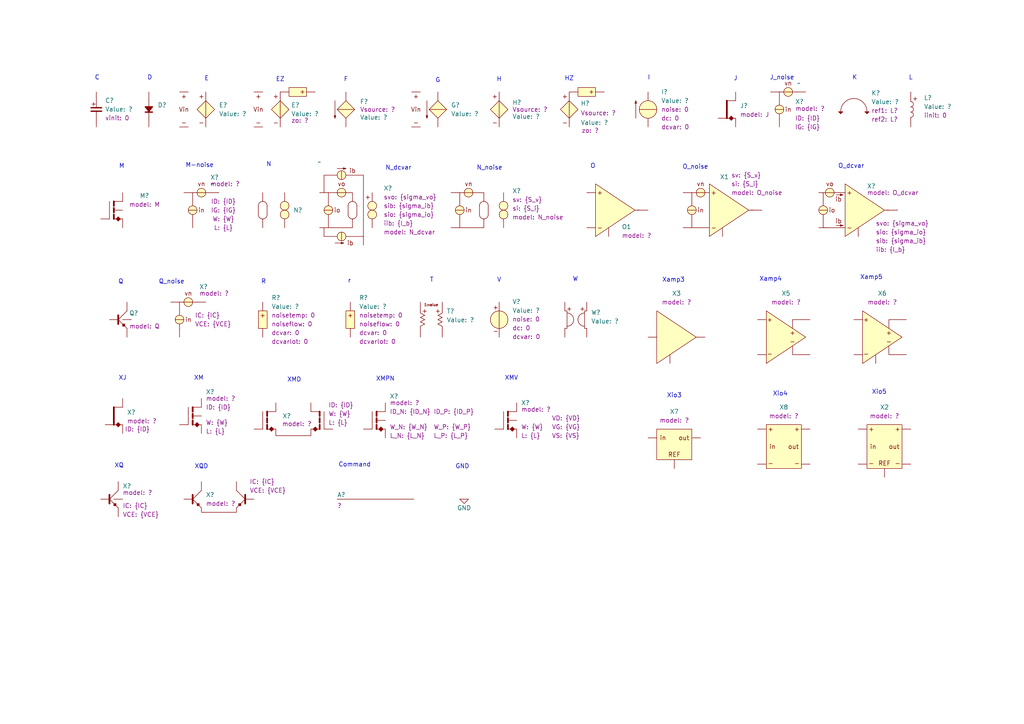
<source format=kicad_sch>
(kicad_sch (version 20250114) (generator "eeschema") (generator_version "9.0")
  (paper "A4")
  (title_block (title "SLiCAP symbols"))
  (lib_symbols
    (symbol "SLiCAP:C" (pin_numbers (hide yes)) (pin_names (offset 1.016) (hide yes))
      (property "Reference" "C?" (at 2.54 3.81 0))
      (property "Value" "?" (at 2.54 1.27 0) (show_name))
      (property "vinit" "0" (at 2.54 -1.27 0) (show_name))
      (symbol "C_0_0"
        (text "+" (at -0.762 1.651 0) (effects (font (size 1.27 1.27))))
      )
      (symbol "C_1_0"
        (pin passive line (at 0 5.08 270) (length 2.54) (name "1") (number "1"))
        (pin passive line (at 0 -5.08 90) (length 2.54) (name "2") (number "2"))
      )
    )
    (symbol "SLiCAP:Command" (pin_numbers (hide yes)) (pin_names (offset 0) (hide yes))
      (property "Reference" "A?" (at 0 1.27 0))
      (property "command" "?" (at 0 -1.905 0))
    )
    (symbol "SLiCAP:D" (pin_numbers (hide yes)) (pin_names (offset 1.016) (hide yes))
      (property "Reference" "D?" (at 1.905 1.27 0))
      (property "model" "D" (at 1.905 -1.27 0) (show_name))
      (symbol "D_1_0"
        (pin passive line (at 0 5.08 270) (length 2.54) (name "1") (number "1"))
        (pin passive line (at 0 -5.08 90) (length 2.54) (name "2") (number "2"))
      )
    )
    (symbol "SLiCAP:E" (pin_numbers (hide yes)) (pin_names (offset 0) (hide yes))
      (property "Reference" "E?" (at 3.175 1.27 0))
      (property "Value" "?" (at 3.175 -1.27 0) (show_name))
      (symbol "E_0_0"
        (text "+" (at -6.35 3.81 0) (effects (font (size 1.27 1.27))))
        (text "-" (at -6.35 -3.81 0) (effects (font (size 1.27 1.27))))
        (text "+" (at -1.27 3.81 0) (effects (font (size 1.27 1.27))))
        (text "-" (at -1.27 -3.81 0) (effects (font (size 1.27 1.27))))
      )
      (symbol "E_1_0"
        (pin power_out line (at 0 5.08 270) (length 2.54) (name "outP") (number "1"))
        (pin power_out line (at 0 -5.08 90) (length 2.54) (name "outN") (number "2"))
      )
      (symbol "E_1_1"
        (text "Vin" (at -6.35 0 0) (effects (font (size 1.27 1.27))))
        (pin input line (at -7.62 5.08 0) (length 2.54) (name "inp") (number "3"))
        (pin input line (at -7.62 -5.08 0) (length 2.54) (name "inN") (number "4"))
      )
    )
    (symbol "SLiCAP:EZ" (pin_numbers (hide yes)) (pin_names (offset 0) (hide yes))
      (property "Reference" "E?" (at 3.175 1.27 0))
      (property "Value" "?" (at 3.175 -1.27 0) (show_name))
      (property "zo" "?" (at 3.175 -3.175 0) (show_name))
      (symbol "EZ_0_0"
        (text "+" (at -6.35 3.81 0) (effects (font (size 1.27 1.27))))
        (text "-" (at -6.35 -3.81 0) (effects (font (size 1.27 1.27))))
        (text "+" (at -1.27 3.81 0) (effects (font (size 1.27 1.27))))
        (text "-" (at -1.27 -3.81 0) (effects (font (size 1.27 1.27))))
        (text "+" (at 6.35 5.08 900) (effects (font (size 1.27 1.27))))
      )
      (symbol "EZ_1_0"
        (pin power_out line (at 0 -5.08 90) (length 2.54) (name "outN") (number "2"))
        (pin power_out line (at 10.16 5.08 180) (length 2.54) (name "outP") (number "1"))
      )
      (symbol "EZ_1_1"
        (text "Vin" (at -6.35 0 0) (effects (font (size 1.27 1.27))))
        (pin input line (at -7.62 5.08 0) (length 2.54) (name "inp") (number "3"))
        (pin input line (at -7.62 -5.08 0) (length 2.54) (name "inN") (number "4"))
      )
    )
    (symbol "SLiCAP:F" (pin_numbers (hide yes)) (pin_names (offset 0) (hide yes))
      (property "Reference" "F?" (at 3.048 2.032 0))
      (property "Value" "?" (at 3.302 -2.032 0) (show_name))
      (property "Vsource" "?" (at 3.302 0 0) (show_name))
      (symbol "F_1_0"
        (pin power_out line (at 0 5.08 270) (length 2.54) (name "outP") (number "1"))
        (pin power_out line (at 0 -5.08 90) (length 2.54) (name "outN") (number "2"))
      )
    )
    (symbol "SLiCAP:G" (pin_numbers (hide yes)) (pin_names (offset 0) (hide yes))
      (property "Reference" "G?" (at 3.175 1.27 0))
      (property "Value" "?" (at 3.175 -1.27 0) (show_name))
      (symbol "G_0_0"
        (text "+" (at -6.35 3.81 0) (effects (font (size 1.27 1.27))))
        (text "-" (at -6.35 -3.81 0) (effects (font (size 1.27 1.27))))
        (pin power_out line (at 0 5.08 270) (length 2.54) (name "p") (number "1"))
      )
      (symbol "G_1_0"
        (pin power_out line (at 0 -5.08 90) (length 2.54) (name "outN") (number "2"))
      )
      (symbol "G_1_1"
        (text "Vin" (at -6.35 0 0) (effects (font (size 1.27 1.27))))
        (pin input line (at -7.62 5.08 0) (length 2.54) (name "inp") (number "3"))
        (pin input line (at -7.62 -5.08 0) (length 2.54) (name "inN") (number "4"))
      )
    )
    (symbol "SLiCAP:GND" (power) (pin_numbers (hide yes)) (pin_names (offset 0) (hide yes))
      (property "Value" "0" (at 0 -2.54 0))
      (symbol "GND_1_1"
        (pin power_in line (at 0 0 0) (length 0) (name "~") (number "1"))
      )
    )
    (symbol "SLiCAP:H" (pin_numbers (hide yes)) (pin_names (offset 0) (hide yes))
      (property "Reference" "H?" (at 3.556 2.286 0))
      (property "Value" "?" (at 3.81 -2.032 0) (show_name))
      (property "Vsource" "?" (at 3.81 0 0) (show_name))
      (symbol "H_0_0"
        (text "+" (at -1.27 3.81 0) (effects (font (size 1.27 1.27))))
        (text "-" (at -1.27 -3.81 0) (effects (font (size 1.27 1.27))))
      )
      (symbol "H_1_0"
        (pin power_out line (at 0 5.08 270) (length 2.54) (name "outP") (number "1"))
        (pin power_out line (at 0 -5.08 90) (length 2.54) (name "outN") (number "2"))
      )
    )
    (symbol "SLiCAP:HZ" (pin_numbers (hide yes)) (pin_names (offset 0) (hide yes))
      (property "Reference" "H?" (at 3.175 1.27 0))
      (property "Value" "?" (at 3.302 -2.794 0) (show_name))
      (property "zo" "?" (at 3.556 -4.826 0) (show_name))
      (property "Vsource" "?" (at 3.302 -0.762 0) (show_name))
      (symbol "HZ_0_0"
        (text "+" (at -1.27 3.81 0) (effects (font (size 1.27 1.27))))
        (text "-" (at -1.27 -3.81 0) (effects (font (size 1.27 1.27))))
        (text "+" (at 6.35 5.08 900) (effects (font (size 1.27 1.27))))
      )
      (symbol "HZ_1_0"
        (pin power_out line (at 0 -5.08 90) (length 2.54) (name "outN") (number "2"))
        (pin power_out line (at 10.16 5.08 180) (length 2.54) (name "outP") (number "1"))
      )
    )
    (symbol "SLiCAP:I" (pin_numbers (hide yes)) (pin_names (offset 0) (hide yes))
      (property "Reference" "I?" (at 3.81 4.445 0))
      (property "Value" "?" (at 3.81 2.54 0) (show_name))
      (property "noise" "0" (at 3.81 -3.175 0) (show_name))
      (property "dc" "0" (at 3.81 0.635 0) (show_name))
      (property "dcvar" "0" (at 3.81 -1.27 0) (show_name))
      (symbol "I_1_0"
        (pin power_out line (at 0 5.08 270) (length 2.54) (name "p") (number "2"))
        (pin power_out line (at 0 -5.08 90) (length 2.54) (name "n") (number "1"))
      )
    )
    (symbol "SLiCAP:J" (pin_numbers (hide yes)) (pin_names (offset 0) (hide yes))
      (property "Reference" "J1" (at 1.27 1.0775 0))
      (property "model" "J" (at 1.27 -1.4625 0) (show_name))
      (symbol "J_1_0"
        (pin unspecified line (at -5.08 -2.54 0) (length 2.54) (name "G") (number "2"))
        (pin unspecified line (at 0 5.08 270) (length 2.54) (name "D") (number "1"))
        (pin unspecified line (at 0 -5.08 90) (length 2.54) (name "S") (number "3"))
      )
    )
    (symbol "SLiCAP:J_noise" (pin_numbers (hide yes)) (pin_names (offset 0) (hide yes))
      (property "Reference" "X?" (at 5.08 9.525 0))
      (property "ID" "{ID}" (at 8.255 1.27 0) (show_name))
      (property "IG" "{IG}" (at 8.255 -1.27 0) (show_name))
      (property "model" "?" (at 5.08 7.62 0) (show_name))
      (symbol "J_noise_1_0"
        (pin bidirectional line (at 7.62 5.08 180) (length 2.54) (name "int") (number "3"))
      )
      (symbol "J_noise_1_1"
        (text "vn" (at 2.54 7.62 0) (effects (font (size 1.27 1.27))))
        (text "in" (at 2.54 0 0) (effects (font (size 1.27 1.27))))
        (pin bidirectional line (at -2.54 5.08 0) (length 2.54) (name "ext") (number "1"))
        (pin bidirectional line (at 0 -5.08 90) (length 2.54) (name "comm") (number "2"))
      )
    )
    (symbol "SLiCAP:K" (pin_numbers (hide yes)) (pin_names (offset 0) (hide yes))
      (property "Reference" "K?" (at -4.445 7.62 0))
      (property "Value" "?" (at -4.445 5.715 0) (show_name))
      (property "ref1" "L?" (at -9.525 -3.175 0) (show_name))
      (property "ref2" "L?" (at 1.905 -3.175 0) (show_name))
    )
    (symbol "SLiCAP:L" (pin_numbers (hide yes)) (pin_names (offset 1.016) (hide yes))
      (property "Reference" "L?" (at 2.54 3.81 0))
      (property "Value" "?" (at 2.54 1.27 0) (show_name))
      (property "iinit" "0" (at 5.715 -1.27 0) (show_name))
      (symbol "L_0_0"
        (text "+" (at 1.27 3.175 0) (effects (font (size 1.27 1.27))))
      )
      (symbol "L_1_0"
        (pin passive line (at 0 5.08 270) (length 2.54) (name "1") (number "1"))
        (pin passive line (at 0 -5.08 90) (length 2.54) (name "2") (number "2"))
      )
    )
    (symbol "SLiCAP:M" (pin_numbers (hide yes)) (pin_names (offset 0) (hide yes))
      (property "Reference" "M?" (at 0.635 1.905 0))
      (property "model" "M" (at 0.635 -1.905 0) (show_name))
      (symbol "M_1_0"
        (pin unspecified line (at -6.35 -2.54 0) (length 2.54) (name "G") (number "2"))
        (pin unspecified line (at 0 5.08 270) (length 2.54) (name "D") (number "1"))
        (pin unspecified line (at 0 0 180) (length 2.54) (name "B") (number "4"))
        (pin unspecified line (at 0 -5.08 90) (length 2.54) (name "S") (number "3"))
      )
    )
    (symbol "SLiCAP:M_noise" (pin_numbers (hide yes)) (pin_names (offset 0) (hide yes))
      (property "Reference" "X?" (at 2.54 9.525 0))
      (property "ID" "{ID}" (at 6.35 2.54 0) (show_name))
      (property "IG" "{IG}" (at 6.35 0 0) (show_name))
      (property "W" "{W}" (at 6.35 -2.54 0) (show_name))
      (property "L" "{L}" (at 6.35 -5.08 0) (show_name))
      (property "model" "?" (at 2.54 7.62 0) (show_name))
      (symbol "M_noise_1_0"
        (pin bidirectional line (at 5.08 5.08 180) (length 2.54) (name "int") (number "3"))
      )
      (symbol "M_noise_1_1"
        (text "vn" (at 0 7.62 0) (effects (font (size 1.27 1.27))))
        (text "in" (at 0 0 0) (effects (font (size 1.27 1.27))))
        (pin bidirectional line (at -5.08 5.08 0) (length 2.54) (name "ext") (number "1"))
        (pin bidirectional line (at -2.54 -5.08 90) (length 2.54) (name "comm") (number "2"))
      )
    )
    (symbol "SLiCAP:N" (pin_numbers (hide yes)) (pin_names (offset 0) (hide yes))
      (property "Reference" "N?" (at 1.905 0 0))
      (symbol "N_1_0"
        (pin power_out line (at 0 5.08 270) (length 2.54) (name "outP") (number "1"))
        (pin power_out line (at 0 -5.08 90) (length 2.54) (name "outN") (number "2"))
      )
      (symbol "N_1_1"
        (pin input line (at -6.35 5.08 270) (length 2.54) (name "inp") (number "3"))
        (pin input line (at -6.35 -5.08 90) (length 2.54) (name "inN") (number "4"))
      )
    )
    (symbol "SLiCAP:N_dcvar" (pin_numbers (hide yes)) (pin_names (offset 0) (hide yes))
      (property "Reference" "X?" (at -15.875 15.875 0))
      (property "svo" "{sigma_vo}" (at 10.16 3.81 0) (show_name))
      (property "sib" "{sigma_ib}" (at 10.16 1.27 0) (show_name))
      (property "sio" "{sigma_io}" (at 10.16 -1.27 0) (show_name))
      (property "iib" "{I_b}" (at 7.62 -3.81 0) (show_name))
      (property "model" "N_dcvar" (at -15.875 13.97 0) (show_name))
      (symbol "N_dcvar_1_0"
        (pin power_out line (at -2.54 -10.16 90) (length 2.54) (name "bias") (number "5"))
        (pin power_out line (at 0 5.08 270) (length 2.54) (name "outP") (number "3"))
        (pin power_out line (at 0 -5.08 90) (length 2.54) (name "outN") (number "4"))
      )
      (symbol "N_dcvar_1_1"
        (text "io" (at -10.16 0 0) (effects (font (size 1.27 1.27))))
        (text "vo" (at -8.89 7.62 0) (effects (font (size 1.27 1.27))))
        (text "ib" (at -6.35 -9.525 0) (effects (font (size 1.27 1.27))))
        (text "ib" (at -5.715 11.43 0) (effects (font (size 1.27 1.27))))
        (text "+" (at -1.27 3.81 0) (effects (font (size 1.27 1.27))))
        (pin input line (at -15.24 5.08 0) (length 2.54) (name "inp") (number "1"))
        (pin input line (at -15.24 -5.08 0) (length 2.54) (name "inN") (number "2"))
      )
    )
    (symbol "SLiCAP:N_noise" (pin_numbers (hide yes)) (pin_names (offset 0) (hide yes))
      (property "Reference" "X?" (at 1.905 1.27 0))
      (property "sv" "{S_v}" (at -11.43 12.065 0) (show_name))
      (property "si" "{S_i}" (at -11.43 9.525 0) (show_name))
      (property "model" "N_noise" (at 1.905 -1.27 0) (show_name))
      (symbol "N_noise_1_0"
        (pin power_out line (at 0 5.08 270) (length 2.54) (name "outP") (number "3"))
        (pin power_out line (at 0 -5.08 90) (length 2.54) (name "outN") (number "4"))
      )
      (symbol "N_noise_1_1"
        (text "vn" (at -10.16 7.62 0) (effects (font (size 1.27 1.27))))
        (text "in" (at -10.16 0 0) (effects (font (size 1.27 1.27))))
        (pin input line (at -15.24 5.08 0) (length 2.54) (name "inp") (number "1"))
        (pin input line (at -15.24 -5.08 0) (length 2.54) (name "inN") (number "2"))
      )
    )
    (symbol "SLiCAP:O" (pin_numbers (hide yes)) (pin_names (offset 0) (hide yes))
      (property "Reference" "O?" (at 0.635 6.985 0))
      (property "model" "?" (at 0.635 5.08 0) (show_name))
      (symbol "O_1_0"
        (pin power_out line (at -1.27 -7.62 90) (length 2.54) (name "outN") (number "4"))
        (pin power_out line (at 10.16 0 180) (length 2.54) (name "outP") (number "3"))
      )
      (symbol "O_1_1"
        (text "+" (at -3.81 5.08 0) (effects (font (size 1.27 1.27))))
        (text "-" (at -3.81 -5.08 0) (effects (font (size 1.27 1.27))))
        (pin input line (at -7.62 5.08 0) (length 2.54) (name "inp") (number "1"))
        (pin input line (at -7.62 -5.08 0) (length 2.54) (name "inN") (number "2"))
      )
    )
    (symbol "SLiCAP:O_dcvar" (pin_numbers (hide yes)) (pin_names (offset 0) (hide yes))
      (property "Reference" "X?" (at 1.27 6.985 0))
      (property "svo" "{sigma_vo}" (at 3.81 -3.81 0) (show_name))
      (property "sio" "{sigma_io}" (at 3.81 -6.35 0) (show_name))
      (property "model" "O_dcvar" (at 1.27 5.08 0) (show_name))
      (property "sib" "{sigma_ib}" (at 3.81 -8.89 0) (show_name))
      (property "iib" "{I_b}" (at 3.81 -11.43 0) (show_name))
      (symbol "O_dcvar_1_0"
        (pin power_out line (at -1.27 -7.62 90) (length 2.54) (name "outN") (number "4"))
        (pin power_out line (at 10.16 0 180) (length 2.54) (name "outP") (number "3"))
      )
      (symbol "O_dcvar_1_1"
        (text "vo" (at -9.525 7.62 0) (effects (font (size 1.27 1.27))))
        (text "io" (at -8.89 0 0) (effects (font (size 1.27 1.27))))
        (text "ib" (at -6.985 3.175 0) (effects (font (size 1.27 1.27))))
        (text "ib" (at -6.985 -3.175 0) (effects (font (size 1.27 1.27))))
        (text "+" (at -3.81 5.08 0) (effects (font (size 1.27 1.27))))
        (text "-" (at -3.81 -5.08 0) (effects (font (size 1.27 1.27))))
        (pin input line (at -12.7 5.08 0) (length 2.54) (name "inp") (number "1"))
        (pin input line (at -12.7 -5.08 0) (length 2.54) (name "inN") (number "2"))
      )
    )
    (symbol "SLiCAP:O_noise" (pin_numbers (hide yes)) (pin_names (offset 0) (hide yes))
      (property "Reference" "X?" (at 0.635 6.985 0))
      (property "sv" "{S_v}" (at 6.985 -3.81 0) (show_name))
      (property "si" "{S_i}" (at 6.985 -6.35 0) (show_name))
      (property "model" "O_noise" (at 0.635 5.08 0) (show_name))
      (symbol "O_noise_1_0"
        (pin power_out line (at -1.27 -7.62 90) (length 2.54) (name "outN") (number "4"))
        (pin power_out line (at 10.16 0 180) (length 2.54) (name "outP") (number "3"))
      )
      (symbol "O_noise_1_1"
        (text "vn" (at -7.62 7.62 0) (effects (font (size 1.27 1.27))))
        (text "in" (at -7.62 0 0) (effects (font (size 1.27 1.27))))
        (text "+" (at -3.81 5.08 0) (effects (font (size 1.27 1.27))))
        (text "-" (at -3.81 -5.08 0) (effects (font (size 1.27 1.27))))
        (pin input line (at -12.7 5.08 0) (length 2.54) (name "inp") (number "1"))
        (pin input line (at -12.7 -5.08 0) (length 2.54) (name "inN") (number "2"))
      )
    )
    (symbol "SLiCAP:Q" (pin_numbers (hide yes)) (pin_names (offset 0) (hide yes))
      (property "Reference" "Q?" (at 0.635 1.905 0))
      (property "model" "Q" (at 0.635 -1.905 0) (show_name))
      (symbol "Q_1_0"
        (pin unspecified line (at -5.08 0 0) (length 2.54) (name "B") (number "2"))
        (pin unspecified line (at 0 5.08 270) (length 2.54) (name "C") (number "1"))
        (pin unspecified line (at 0 -5.08 90) (length 2.54) (name "E") (number "3"))
        (pin unspecified line (at 1.27 0 180) (length 2.54) (name "S") (number "4"))
      )
    )
    (symbol "SLiCAP:Q_noise" (pin_numbers (hide yes)) (pin_names (offset 0) (hide yes))
      (property "Reference" "X?" (at 5.715 9.525 0))
      (property "IC" "{IC}" (at 4.445 1.27 0) (show_name))
      (property "VCE" "{VCE}" (at 4.445 -1.27 0) (show_name))
      (property "model" "?" (at 5.715 7.62 0) (show_name))
      (symbol "Q_noise_1_0"
        (pin bidirectional line (at 7.62 5.08 180) (length 2.54) (name "int") (number "3"))
      )
      (symbol "Q_noise_1_1"
        (text "vn" (at 2.54 7.62 0) (effects (font (size 1.27 1.27))))
        (text "in" (at 2.54 0 0) (effects (font (size 1.27 1.27))))
        (pin bidirectional line (at -2.54 5.08 0) (length 2.54) (name "ext") (number "1"))
        (pin bidirectional line (at 0 -5.08 90) (length 2.54) (name "comm") (number "2"))
      )
    )
    (symbol "SLiCAP:R" (pin_numbers (hide yes)) (pin_names (offset 1.016) (hide yes))
      (property "Reference" "R?" (at 1.905 3.81 0))
      (property "Value" "?" (at 1.905 1.905 0) (show_name))
      (property "noisetemp" "0" (at 1.905 0 0) (show_name))
      (property "noiseflow" "0" (at 15.24 0 0) (show_name))
      (property "dcvar" "0" (at 1.905 -1.905 0) (show_name))
      (property "dcvarlot" "0" (at 15.24 -1.905 0) (show_name))
      (symbol "R_0_0"
        (text "+" (at 0 1.27 0) (effects (font (size 1.27 1.27))))
      )
      (symbol "R_1_0"
        (pin passive line (at 0 5.08 270) (length 2.54) (name "1") (number "1"))
        (pin passive line (at 0 -5.08 90) (length 2.54) (name "2") (number "2"))
      )
    )
    (symbol "SLiCAP:T" (pin_numbers (hide yes)) (pin_names (offset 0) (hide yes))
      (property "Reference" "T?" (at 1.27 0.635 0))
      (property "Value" "?" (at 1.27 -1.27 0) (show_name))
      (symbol "T_1_0"
        (text "1:value" (at -5.334 4.318 0) (effects (font (size 0.75 0.75)) (justify left)))
        (text "+" (at -5.08 2.54 0) (effects (font (size 1.27 1.27))))
        (text "+" (at -1.27 2.54 0) (effects (font (size 1.27 1.27))))
        (pin bidirectional line (at 0 5.08 270) (length 2.54) (name "outP") (number "1"))
        (pin bidirectional line (at 0 -5.08 90) (length 2.54) (name "outN") (number "2"))
      )
      (symbol "T_1_1"
        (pin bidirectional line (at -6.35 5.08 270) (length 2.54) (name "inp") (number "3"))
        (pin bidirectional line (at -6.35 -5.08 90) (length 2.54) (name "inN") (number "4"))
      )
    )
    (symbol "SLiCAP:V" (pin_numbers (hide yes)) (pin_names (offset 0) (hide yes))
      (property "Reference" "V?" (at 3.175 4.445 0))
      (property "Value" "?" (at 3.175 2.54 0) (show_name))
      (property "noise" "0" (at 3.175 -3.175 0) (show_name))
      (property "dc" "0" (at 3.175 0.635 0) (show_name))
      (property "dcvar" "0" (at 3.175 -1.27 0) (show_name))
      (symbol "V_0_0"
        (text "+" (at -1.016 3.556 0) (effects (font (size 1.27 1.27))))
        (text "-" (at -1.016 -3.302 0) (effects (font (size 1.27 1.27))))
        (pin power_out line (at 0 5.08 270) (length 2.54) (name "p") (number "1"))
        (pin power_out line (at 0 -5.08 90) (length 2.54) (name "n") (number "2"))
      )
    )
    (symbol "SLiCAP:W" (pin_numbers (hide yes)) (pin_names (offset 0) (hide yes))
      (property "Reference" "W?" (at 0.635 1.27 0))
      (property "Value" "?" (at 0.635 -1.27 0) (show_name))
      (symbol "W_1_0"
        (text "+" (at -5.08 3.175 0) (effects (font (size 1.27 1.27))))
        (text "+" (at -1.27 3.175 0) (effects (font (size 1.27 1.27))))
        (pin bidirectional line (at 0 5.08 270) (length 2.54) (name "outP") (number "1"))
        (pin bidirectional line (at 0 -5.08 90) (length 2.54) (name "outN") (number "2"))
      )
      (symbol "W_1_1"
        (pin bidirectional line (at -6.35 5.08 270) (length 2.54) (name "inp") (number "3"))
        (pin bidirectional line (at -6.35 -5.08 90) (length 2.54) (name "inN") (number "4"))
      )
    )
    (symbol "SLiCAP:XJ" (pin_numbers (hide yes)) (pin_names (offset 0) (hide yes))
      (property "Reference" "X?" (at 0.635 1.27 0))
      (property "model" "?" (at 0.635 -1.27 0) (show_name))
      (property "ID" "{ID}" (at 0.635 -3.81 0) (show_name))
      (symbol "XJ_1_0"
        (pin unspecified line (at -5.08 -2.54 0) (length 2.54) (name "G") (number "2"))
        (pin unspecified line (at 0 5.08 270) (length 2.54) (name "D") (number "1"))
        (pin unspecified line (at 0 -5.08 90) (length 2.54) (name "S") (number "3"))
      )
    )
    (symbol "SLiCAP:XM" (pin_numbers (hide yes)) (pin_names (offset 0) (hide yes))
      (property "Reference" "X?" (at 1.27 6.985 0))
      (property "model" "?" (at 1.27 5.08 0) (show_name))
      (property "W" "{W}" (at 1.27 -1.905 0) (show_name))
      (property "L" "{L}" (at 1.27 -4.445 0) (show_name))
      (property "ID" "{ID}" (at 1.27 2.54 0) (show_name))
      (symbol "XM_1_0"
        (pin unspecified line (at -6.35 -2.54 0) (length 2.54) (name "G") (number "2"))
        (pin unspecified line (at 0 5.08 270) (length 2.54) (name "D") (number "1"))
        (pin unspecified line (at 0 0 180) (length 2.54) (name "B") (number "4"))
        (pin unspecified line (at 0 -5.08 90) (length 2.54) (name "S") (number "3"))
      )
    )
    (symbol "SLiCAP:XMD" (pin_numbers (hide yes)) (pin_names (offset 0) (hide yes))
      (property "Reference" "X?" (at 1.905 1.27 0))
      (property "model" "?" (at 1.778 -1.016 0) (show_name))
      (property "W" "{W}" (at 15.24 1.905 0) (show_name))
      (property "L" "{L}" (at 15.24 -0.635 0) (show_name))
      (property "ID" "{ID}" (at 15.24 4.445 0) (show_name))
      (symbol "XMD_1_0"
        (pin unspecified line (at -6.35 -2.54 0) (length 2.54) (name "G1") (number "3"))
        (pin unspecified line (at 0 5.08 270) (length 2.54) (name "D1") (number "1"))
        (pin unspecified line (at 10.16 5.08 270) (length 2.54) (name "D2") (number "2"))
        (pin unspecified line (at 16.51 -2.54 180) (length 2.54) (name "G2") (number "4"))
      )
    )
    (symbol "SLiCAP:XMPN" (pin_numbers (hide yes)) (pin_names (offset 0) (hide yes))
      (property "Reference" "X?" (at 1.27 6.985 0))
      (property "model" "?" (at 1.27 5.08 0) (show_name))
      (property "W_N" "{W_N}" (at 1.27 -1.905 0) (show_name))
      (property "L_N" "{L_N}" (at 1.27 -4.445 0) (show_name))
      (property "ID_N" "{ID_N}" (at 1.27 2.54 0) (show_name))
      (property "W_P" "{W_P}" (at 13.97 -1.905 0) (show_name))
      (property "L_P" "{L_P}" (at 13.97 -4.445 0) (show_name))
      (property "ID_P" "{ID_P}" (at 13.97 2.54 0) (show_name))
      (symbol "XMPN_1_0"
        (pin unspecified line (at -6.35 -2.54 0) (length 2.54) (name "G") (number "2"))
        (pin unspecified line (at 0 5.08 270) (length 2.54) (name "D") (number "1"))
        (pin unspecified line (at 0 0 180) (length 2.54) (name "B") (number "4"))
        (pin unspecified line (at 0 -5.08 90) (length 2.54) (name "S") (number "3"))
      )
    )
    (symbol "SLiCAP:XMV" (pin_numbers (hide yes)) (pin_names (offset 0) (hide yes))
      (property "Reference" "X?" (at 1.27 5.08 0))
      (property "model" "?" (at 1.27 3.175 0) (show_name))
      (property "W" "{W}" (at 1.27 -1.905 0) (show_name))
      (property "L" "{L}" (at 1.27 -4.445 0) (show_name))
      (property "VG" "{VG}" (at 10.16 -1.905 0) (show_name))
      (property "VD" "{VD}" (at 10.16 0.635 0) (show_name))
      (property "VS" "{VS}" (at 10.16 -4.445 0) (show_name))
      (symbol "XMV_1_0"
        (pin unspecified line (at -6.35 -2.54 0) (length 2.54) (name "G") (number "2"))
        (pin unspecified line (at 0 5.08 270) (length 2.54) (name "D") (number "1"))
        (pin unspecified line (at 0 0 180) (length 2.54) (name "4") (number "B"))
        (pin unspecified line (at 0 -5.08 90) (length 2.54) (name "S") (number "3"))
      )
    )
    (symbol "SLiCAP:XQ" (pin_numbers (hide yes)) (pin_names (offset 0) (hide yes))
      (property "Reference" "X?" (at 1.27 3.81 0))
      (property "model" "?" (at 1.27 1.905 0) (show_name))
      (property "IC" "{IC}" (at 1.27 -1.905 0) (show_name))
      (property "VCE" "{VCE}" (at 1.27 -4.445 0) (show_name))
      (symbol "XQ_1_0"
        (pin unspecified line (at -5.08 0 0) (length 2.54) (name "B") (number "3"))
        (pin unspecified line (at 0 5.08 270) (length 2.54) (name "C") (number "1"))
        (pin unspecified line (at 0 -5.08 90) (length 2.54) (name "E") (number "3"))
        (pin unspecified line (at 1.27 0 180) (length 2.54) (name "S") (number "4"))
      )
    )
    (symbol "SLiCAP:XQD" (pin_numbers (hide yes)) (pin_names (offset 0) (hide yes))
      (property "Reference" "X?" (at 1.27 1.27 0))
      (property "model" "?" (at 1.27 -1.27 0) (show_name))
      (property "IC" "{IC}" (at 13.97 5.08 0) (show_name))
      (property "VCE" "{VCE}" (at 13.97 2.54 0) (show_name))
      (symbol "XQD_1_0"
        (pin unspecified line (at -5.08 0 0) (length 2.54) (name "B1") (number "3"))
        (pin unspecified line (at 0 5.08 270) (length 2.54) (name "C1") (number "1"))
        (pin unspecified line (at 10.16 5.08 270) (length 2.54) (name "C2") (number "2"))
        (pin unspecified line (at 15.24 0 180) (length 2.54) (name "B2") (number "4"))
      )
    )
    (symbol "SLiCAP:Xamp3" (pin_numbers (hide yes)) (pin_names (offset 0) (hide yes))
      (property "Reference" "X?" (at -4.826 12.319 0))
      (property "model" "?" (at -4.826 10.414 0) (show_name))
      (symbol "Xamp3_1_0"
        (pin power_out line (at -1.27 -7.62 90) (length 2.54) (name "REF") (number "3"))
        (pin power_out line (at 8.89 0 180) (length 2.54) (name "out") (number "2"))
      )
      (symbol "Xamp3_1_1"
        (pin input line (at -7.62 0 0) (length 2.54) (name "in") (number "1"))
      )
    )
    (symbol "SLiCAP:Xamp4" (pin_numbers (hide yes)) (pin_names (offset 0) (hide yes))
      (property "Reference" "X?" (at -4.826 12.319 0))
      (property "model" "?" (at -4.826 10.414 0) (show_name))
      (symbol "Xamp4_1_0"
        (pin power_out line (at 7.62 5.08 180) (length 2.54) (name "outP") (number "3"))
        (pin power_out line (at 7.62 -5.08 180) (length 2.54) (name "outN") (number "4"))
      )
      (symbol "Xamp4_1_1"
        (text "+" (at -4.064 5.08 0) (effects (font (size 1.27 1.27))))
        (text "-" (at -4.064 -4.826 0) (effects (font (size 1.27 1.27))))
        (text "+" (at 2.54 1.27 0) (effects (font (size 1.27 1.27))))
        (text "-" (at 2.54 -1.27 0) (effects (font (size 1.27 1.27))))
        (pin input line (at -7.62 5.08 0) (length 2.54) (name "inP") (number "1"))
        (pin input line (at -7.62 -5.08 0) (length 2.54) (name "inN") (number "2"))
      )
    )
    (symbol "SLiCAP:Xamp5" (pin_numbers (hide yes)) (pin_names (offset 0) (hide yes))
      (property "Reference" "X?" (at -4.826 12.319 0))
      (property "model" "?" (at -4.826 10.414 0) (show_name))
      (symbol "Xamp5_1_0"
        (pin power_out line (at -1.27 -7.62 90) (length 2.54) (name "REF") (number "5"))
        (pin power_out line (at 7.62 5.08 180) (length 2.54) (name "outP") (number "3"))
        (pin power_out line (at 7.62 -5.08 180) (length 2.54) (name "outN") (number "4"))
      )
      (symbol "Xamp5_1_1"
        (text "+" (at -4.064 5.08 0) (effects (font (size 1.27 1.27))))
        (text "-" (at -4.064 -4.826 0) (effects (font (size 1.27 1.27))))
        (text "+" (at 2.54 1.27 0) (effects (font (size 1.27 1.27))))
        (text "-" (at 2.54 -1.27 0) (effects (font (size 1.27 1.27))))
        (pin input line (at -7.62 5.08 0) (length 2.54) (name "inP") (number "1"))
        (pin input line (at -7.62 -5.08 0) (length 2.54) (name "inN") (number "2"))
      )
    )
    (symbol "SLiCAP:Xio3" (pin_numbers (hide yes)) (pin_names (offset 0) (hide yes))
      (property "Reference" "X?" (at -5.08 6.477 0))
      (property "model" "?" (at -5.08 4.572 0) (show_name))
      (symbol "Xio3_1_0"
        (pin power_out line (at 0 -8.89 90) (length 2.54) (name "REF") (number "3"))
        (pin power_out line (at 7.62 0 180) (length 2.54) (name "out") (number "2"))
      )
      (symbol "Xio3_1_1"
        (text "in" (at -3.302 0 0) (effects (font (size 1.27 1.27))))
        (text "REF" (at 0 -4.826 0) (effects (font (size 1.27 1.27))))
        (text "out" (at 2.794 0 0) (effects (font (size 1.27 1.27))))
        (pin input line (at -7.62 0 0) (length 2.54) (name "in") (number "1"))
      )
    )
    (symbol "SLiCAP:Xio4" (pin_numbers (hide yes)) (pin_names (offset 0) (hide yes))
      (property "Reference" "X?" (at -4.826 9.779 0))
      (property "model" "?" (at -4.826 7.874 0) (show_name))
      (symbol "Xio4_1_0"
        (pin power_out line (at 7.62 5.08 180) (length 2.54) (name "outP") (number "3"))
        (pin power_out line (at 7.62 -5.08 180) (length 2.54) (name "outN") (number "4"))
      )
      (symbol "Xio4_1_1"
        (text "+" (at -3.81 5.08 0) (effects (font (size 1.27 1.27))))
        (text "-" (at -3.81 -4.826 0) (effects (font (size 1.27 1.27))))
        (text "in" (at -3.302 0 0) (effects (font (size 1.27 1.27))))
        (text "out" (at 2.794 0 0) (effects (font (size 1.27 1.27))))
        (text "+" (at 3.81 5.08 0) (effects (font (size 1.27 1.27))))
        (text "-" (at 3.81 -4.826 0) (effects (font (size 1.27 1.27))))
        (pin input line (at -7.62 5.08 0) (length 2.54) (name "inP") (number "1"))
        (pin input line (at -7.62 -5.08 0) (length 2.54) (name "inN") (number "2"))
      )
    )
    (symbol "SLiCAP:Xio5" (pin_numbers (hide yes)) (pin_names (offset 0) (hide yes))
      (property "Reference" "X?" (at -4.826 10.033 0))
      (property "model" "?" (at -4.826 8.128 0) (show_name))
      (symbol "Xio5_1_0"
        (pin power_out line (at 0 -8.89 90) (length 2.54) (name "REF") (number "5"))
        (pin power_out line (at 7.62 5.08 180) (length 2.54) (name "outP") (number "3"))
        (pin power_out line (at 7.62 -5.08 180) (length 2.54) (name "outN") (number "4"))
      )
      (symbol "Xio5_1_1"
        (text "+" (at -3.81 5.08 0) (effects (font (size 1.27 1.27))))
        (text "-" (at -3.81 -4.826 0) (effects (font (size 1.27 1.27))))
        (text "in" (at -3.302 0 0) (effects (font (size 1.27 1.27))))
        (text "REF" (at 0 -4.826 0) (effects (font (size 1.27 1.27))))
        (text "out" (at 2.794 0 0) (effects (font (size 1.27 1.27))))
        (text "+" (at 3.81 5.08 0) (effects (font (size 1.27 1.27))))
        (text "-" (at 3.81 -4.826 0) (effects (font (size 1.27 1.27))))
        (pin input line (at -7.62 5.08 0) (length 2.54) (name "inP") (number "1"))
        (pin input line (at -7.62 -5.08 0) (length 2.54) (name "inN") (number "2"))
      )
    )
    (symbol "SLiCAP:r" (pin_numbers (hide yes)) (pin_names (offset 1.016) (hide yes))
      (property "Reference" "R?" (at 3.81 3.81 0))
      (property "Value" "?" (at 2.54 1.905 0) (show_name))
      (property "noisetemp" "0" (at 2.54 0 0) (show_name))
      (property "noiseflow" "0" (at 15.875 -0.635 0) (show_name))
      (property "dcvar" "0" (at 2.54 -1.905 0) (show_name))
      (property "dcvarlot" "0" (at 15.875 -2.54 0) (show_name))
      (symbol "r_0_0"
        (text "+" (at 0 1.27 0) (effects (font (size 1.27 1.27))))
      )
      (symbol "r_1_0"
        (pin passive line (at 0 5.08 270) (length 2.54) (name "1") (number "1"))
        (pin passive line (at 0 -5.08 90) (length 2.54) (name "2") (number "2"))
      )
    )
  )
  (text "O_dcvar" (at 246.888 48.26 0) (effects (font (size 1.27 1.27))))
  (text "XMD" (at 85.344 110.236 0) (effects (font (size 1.27 1.27))))
  (text "GND" (at 134.112 135.382 0) (effects (font (size 1.27 1.27))))
  (text "Q_noise" (at 49.784 81.788 0) (effects (font (size 1.27 1.27))))
  (text "Command" (at 102.87 134.874 0) (effects (font (size 1.27 1.27))))
  (text "Xamp5" (at 252.73 80.518 0) (effects (font (size 1.27 1.27))))
  (text "V" (at 144.78 81.28 0) (effects (font (size 1.27 1.27))))
  (text "C" (at 28.194 22.606 0) (effects (font (size 1.27 1.27))))
  (text "XQD" (at 58.42 135.382 0) (effects (font (size 1.27 1.27))))
  (text "W" (at 166.878 81.026 0) (effects (font (size 1.27 1.27))))
  (text "Xamp3" (at 195.326 81.28 0) (effects (font (size 1.27 1.27))))
  (text "D" (at 43.434 22.606 0) (effects (font (size 1.27 1.27))))
  (text "E" (at 59.944 22.86 0) (effects (font (size 1.27 1.27))))
  (text "XJ" (at 35.56 109.728 0) (effects (font (size 1.27 1.27))))
  (text "N_dcvar" (at 115.57 48.768 0) (effects (font (size 1.27 1.27))))
  (text "G" (at 127 23.368 0) (effects (font (size 1.27 1.27))))
  (text "O_noise" (at 201.676 48.514 0) (effects (font (size 1.27 1.27))))
  (text "XM" (at 57.658 109.728 0) (effects (font (size 1.27 1.27))))
  (text "F" (at 100.33 23.114 0) (effects (font (size 1.27 1.27))))
  (text "HZ" (at 165.1 22.86 0) (effects (font (size 1.27 1.27))))
  (text "XQ" (at 34.544 135.128 0) (effects (font (size 1.27 1.27))))
  (text "K" (at 247.904 22.606 0) (effects (font (size 1.27 1.27))))
  (text "J" (at 213.36 22.86 0) (effects (font (size 1.27 1.27))))
  (text "L" (at 264.16 22.606 0) (effects (font (size 1.27 1.27))))
  (text "N" (at 77.978 47.752 0) (effects (font (size 1.27 1.27))))
  (text "M-noise" (at 57.912 48.006 0) (effects (font (size 1.27 1.27))))
  (text "Xamp4" (at 223.52 81.026 0) (effects (font (size 1.27 1.27))))
  (text "Xio4" (at 226.314 114.3 0) (effects (font (size 1.27 1.27))))
  (text "Xio3" (at 195.58 114.808 0) (effects (font (size 1.27 1.27))))
  (text "O" (at 171.958 48.26 0) (effects (font (size 1.27 1.27))))
  (text "EZ" (at 81.28 23.114 0) (effects (font (size 1.27 1.27))))
  (text "I" (at 188.214 22.606 0) (effects (font (size 1.27 1.27))))
  (text "M" (at 35.306 48.26 0) (effects (font (size 1.27 1.27))))
  (text "R" (at 76.454 81.788 0) (effects (font (size 1.27 1.27))))
  (text "XMPN" (at 111.76 109.982 0) (effects (font (size 1.27 1.27))))
  (text "J_noise" (at 226.822 22.606 0) (effects (font (size 1.27 1.27))))
  (text "H" (at 144.78 23.114 0) (effects (font (size 1.27 1.27))))
  (text "Q" (at 35.052 81.788 0) (effects (font (size 1.27 1.27))))
  (text "XMV" (at 148.336 109.728 0) (effects (font (size 1.27 1.27))))
  (text "T" (at 125.222 81.28 0) (effects (font (size 1.27 1.27))))
  (text "N_noise" (at 141.986 48.768 0) (effects (font (size 1.27 1.27))))
  (text "r" (at 101.346 81.534 0) (effects (font (size 1.27 1.27))))
  (text "Xio5" (at 255.016 113.792 0) (effects (font (size 1.27 1.27))))
  (symbol (lib_id "SLiCAP:M") (at 35.56 60.96 0) (unit 1)
    (property "Reference" "M?" (at 41.91 56.769 0))
    (property "Description" "MOSFET (small-signal N or P channel)" (effects (hide yes)))
    (property "model" "M" (at 41.91 59.309 0) (show_name yes))
  )
  (symbol (lib_id "SLiCAP:N_noise") (at 146.05 60.96 0) (unit 1)
    (property "Reference" "X?" (at 148.59 55.3691 0) (effects (justify left)))
    (property "Description" "Nullor with parameters for the input-referred noise voltage and current sources in V^2/Hz and A^2/Hz, respectively" (effects (hide yes)))
    (property "sv" "{S_v}" (at 148.59 57.9091 0) (show_name yes) (effects (justify left)))
    (property "si" "{S_i}" (at 148.59 60.4491 0) (show_name yes) (effects (justify left)))
    (property "model" "N_noise" (at 148.59 62.9891 0) (show_name yes) (effects (justify left)))
  )
  (symbol (lib_id "SLiCAP:XJ") (at 35.56 120.65 0) (unit 1)
    (property "Reference" "X?" (at 36.83 119.5724 0) (effects (justify left)))
    (property "Description" "Junction FET (small-signal model, N or P channel with parameter ID)" (effects (hide yes)))
    (property "model" "?" (at 36.83 122.1124 0) (show_name yes) (effects (justify left)))
    (property "ID" "{ID}" (at 36.195 124.46 0) (show_name yes) (effects (justify left)))
  )
  (symbol (lib_id "SLiCAP:J_noise") (at 226.06 31.75 0) (unit 1)
    (property "Reference" "X?" (at 230.632 29.464 0) (effects (justify left)))
    (property "Value" "~" (at 231.14 24.13 0) (effects (justify left)))
    (property "Description" "Input-referred noise sources of a JFET (N or P channel, parameters ID and IG)" (effects (hide yes)))
    (property "ID" "{ID}" (at 234.188 34.29 0) (show_name yes))
    (property "IG" "{IG}" (at 234.188 36.83 0) (show_name yes))
    (property "model" "?" (at 230.632 31.496 0) (show_name yes) (effects (justify left)))
  )
  (symbol (lib_id "SLiCAP:G") (at 127 31.75 0) (unit 1)
    (property "Reference" "G?" (at 130.81 30.4799 0) (effects (justify left)))
    (property "Value" "?" (at 130.81 33.0199 0) (show_name yes) (effects (justify left)))
    (property "Description" "Voltage-controlled current source" (effects (hide yes)))
    (property "model" "G" (effects (hide yes)))
  )
  (symbol (lib_id "SLiCAP:F") (at 100.33 31.75 0) (unit 1)
    (property "Reference" "F?" (at 104.394 29.4639 0) (effects (justify left)))
    (property "Value" "?" (at 104.394 34.036 0) (show_name yes) (effects (justify left)))
    (property "Description" "Current-controlled current source" (effects (hide yes)))
    (property "model" "F" (effects (hide yes)))
    (property "Vsource" "?" (at 104.394 31.75 0) (show_name yes) (effects (justify left)))
  )
  (symbol (lib_id "SLiCAP:XQD") (at 58.42 144.78 0) (unit 1)
    (property "Reference" "X?" (at 59.69 143.51 0) (effects (justify left)))
    (property "Description" "Differential-pair vertical or lateral Bipolar Junction Transistor (NPN or PNP, small-signal model wit parameters IC and VCE)" (effects (hide yes)))
    (property "model" "?" (at 59.69 146.05 0) (show_name yes) (effects (justify left)))
    (property "IC" "{IC}" (at 72.39 139.7 0) (show_name yes) (effects (justify left)))
    (property "VCE" "{VCE}" (at 72.39 142.24 0) (show_name yes) (effects (justify left)))
  )
  (symbol (lib_id "SLiCAP:V") (at 144.78 92.71 0) (unit 1)
    (property "Reference" "V?" (at 148.59 87.5029 0) (effects (justify left)))
    (property "Value" "?" (at 148.59 90.0429 0) (show_name yes) (effects (justify left)))
    (property "Description" "Independent voltage source" (effects (hide yes)))
    (property "noise" "0" (at 148.59 92.5829 0) (show_name yes) (effects (justify left)))
    (property "dc" "0" (at 148.59 95.1229 0) (show_name yes) (effects (justify left)))
    (property "dcvar" "0" (at 148.59 97.6629 0) (show_name yes) (effects (justify left)))
    (property "model" "V" (effects (hide yes)))
  )
  (symbol (lib_id "SLiCAP:W") (at 170.18 92.71 0) (unit 1)
    (property "Reference" "W?" (at 171.45 90.6116 0) (effects (justify left)))
    (property "Value" "?" (at 171.45 93.1516 0) (show_name yes) (effects (justify left)))
    (property "Description" "Gyrator" (effects (hide yes)))
    (property "model" "W" (effects (hide yes)))
  )
  (symbol (lib_id "SLiCAP:Command") (at 97.79 144.78 0) (unit 1)
    (property "Reference" "A?" (at 97.79 143.51 0) (effects (justify left)))
    (property "Description" "SLiCAP command (.lib, .param, .model. subckt}" (effects (hide yes)))
    (property "command" "?" (at 97.79 146.685 0) (effects (justify left)))
  )
  (symbol (lib_id "SLiCAP:Q") (at 36.83 92.71 0) (unit 1)
    (property "Reference" "Q?" (at 37.465 90.805 0) (effects (justify left)))
    (property "Description" "Vertical or lateral Bipolar Junction Transistor (NPN or PNP, small-signal model)" (effects (hide yes)))
    (property "model" "Q" (at 37.465 94.615 0) (show_name yes) (effects (justify left)))
  )
  (symbol (lib_id "SLiCAP:T") (at 128.27 92.71 0) (unit 1)
    (property "Reference" "T?" (at 129.54 90.2492 0) (effects (justify left)))
    (property "Value" "?" (at 129.54 92.7892 0) (show_name yes) (effects (justify left)))
    (property "Description" "Transformer" (effects (hide yes)))
    (property "model" "T" (effects (hide yes)))
  )
  (symbol (lib_id "SLiCAP:XMD") (at 80.01 121.92 0) (unit 1)
    (property "Reference" "X?" (at 81.915 120.65 0) (effects (justify left)))
    (property "Description" "Differential-pair MOSFET (small-signal N or P channel subcircuit with parameters W,  L, and ID)" (effects (hide yes)))
    (property "model" "?" (at 81.788 122.936 0) (show_name yes) (effects (justify left)))
    (property "W" "{W}" (at 95.25 120.015 0) (show_name yes) (effects (justify left)))
    (property "L" "{L}" (at 95.25 122.555 0) (show_name yes) (effects (justify left)))
    (property "ID" "{ID}" (at 95.25 117.475 0) (show_name yes) (effects (justify left)))
  )
  (symbol (lib_id "SLiCAP:XMPN") (at 111.76 121.92 0) (unit 1)
    (property "Reference" "X?" (at 113.03 114.935 0) (effects (justify left)))
    (property "Description" "MOSFET (push-pull stage, small-signal channel subcircuit with parameters W_N,  L_N,  ID_N, W_P,  L_P,  and ID_P)" (effects (hide yes)))
    (property "model" "?" (at 113.03 116.84 0) (show_name yes) (effects (justify left)))
    (property "W_N" "{W_N}" (at 113.03 123.825 0) (show_name yes) (effects (justify left)))
    (property "L_N" "{L_N}" (at 113.03 126.365 0) (show_name yes) (effects (justify left)))
    (property "ID_N" "{ID_N}" (at 113.03 119.38 0) (show_name yes) (effects (justify left)))
    (property "W_P" "{W_P}" (at 125.73 123.825 0) (show_name yes) (effects (justify left)))
    (property "L_P" "{L_P}" (at 125.73 126.365 0) (show_name yes) (effects (justify left)))
    (property "ID_P" "{ID_P}" (at 125.73 119.38 0) (show_name yes) (effects (justify left)))
  )
  (symbol (lib_id "SLiCAP:D") (at 43.18 31.75 0) (unit 1)
    (property "Reference" "D?" (at 45.72 30.4799 0) (effects (justify left)))
    (property "Description" "Diode (small-signal model)" (effects (hide yes)))
    (property "model" "D" (effects (hide yes)))
  )
  (symbol (lib_id "SLiCAP:C") (at 27.94 31.75 0) (unit 1)
    (property "Reference" "C?" (at 30.48 29.1436 0) (effects (justify left)))
    (property "Value" "?" (at 30.48 31.6836 0) (show_name yes) (effects (justify left)))
    (property "Description" "Capacitor" (effects (hide yes)))
    (property "model" "C" (effects (hide yes)))
    (property "vinit" "0" (at 30.48 34.2236 0) (show_name yes) (effects (justify left)))
  )
  (symbol (lib_id "SLiCAP:Xamp3") (at 195.58 97.79 0) (unit 1)
    (property "Reference" "X3" (at 196.215 85.09 0))
    (property "Description" "3-terminal amp sub circuit" (effects (hide yes)))
    (property "model" "?" (at 196.215 87.63 0) (show_name yes))
  )
  (symbol (lib_id "SLiCAP:GND") (at 134.62 144.78 0) (unit 1)
    (property "Reference" "#GND01" (effects (hide yes)))
    (property "Value" "GND" (at 134.62 147.32 0))
    (property "Description" "0V reference potential" (effects (hide yes)))
  )
  (symbol (lib_id "SLiCAP:XQ") (at 34.29 144.78 0) (unit 1)
    (property "Reference" "X?" (at 35.56 140.97 0) (effects (justify left)))
    (property "Description" "Vertical or lateral Bipolar Junction Transistor (NPN or PNP, small-signal model with parameters IC and VCE)" (effects (hide yes)))
    (property "model" "?" (at 35.56 142.875 0) (show_name yes) (effects (justify left)))
    (property "IC" "{IC}" (at 35.56 146.685 0) (show_name yes) (effects (justify left)))
    (property "VCE" "{VCE}" (at 35.56 149.225 0) (show_name yes) (effects (justify left)))
  )
  (symbol (lib_id "SLiCAP:K") (at 247.65 33.02 0) (unit 1)
    (property "Reference" "K?" (at 252.73 26.9874 0) (effects (justify left)))
    (property "Value" "?" (at 252.73 29.5274 0) (show_name yes) (effects (justify left)))
    (property "Description" "Coupling factor" (effects (hide yes)))
    (property "ref1" "L?" (at 252.73 32.0674 0) (show_name yes) (effects (justify left)))
    (property "ref2" "L?" (at 252.73 34.6074 0) (show_name yes) (effects (justify left)))
    (property "model" "K" (effects (hide yes)))
  )
  (symbol (lib_id "SLiCAP:R") (at 76.2 92.71 0) (unit 1)
    (property "Reference" "R?" (at 78.74 86.3599 0) (effects (justify left)))
    (property "Value" "?" (at 78.74 88.8999 0) (show_name yes) (effects (justify left)))
    (property "Description" "Resistor (cannot have zero resistance)" (effects (hide yes)))
    (property "model" "R" (effects (hide yes)))
    (property "noisetemp" "0" (at 78.74 91.4399 0) (show_name yes) (effects (justify left)))
    (property "noiseflow" "0" (at 78.74 93.9799 0) (show_name yes) (effects (justify left)))
    (property "dcvar" "0" (at 78.74 96.5199 0) (show_name yes) (effects (justify left)))
    (property "dcvarlot" "0" (at 78.74 99.0599 0) (show_name yes) (effects (justify left)))
  )
  (symbol (lib_id "SLiCAP:Xamp5") (at 255.27 97.79 0) (unit 1)
    (property "Reference" "X6" (at 255.905 85.09 0))
    (property "Description" "5-terminal amplifier sub circuit" (effects (hide yes)))
    (property "model" "?" (at 255.905 87.63 0) (show_name yes))
  )
  (symbol (lib_id "SLiCAP:Xio4") (at 227.33 129.54 0) (unit 1)
    (property "Reference" "X8" (at 227.33 118.11 0))
    (property "Description" "4-terminal i-o sub circuit" (effects (hide yes)))
    (property "model" "?" (at 227.33 120.65 0) (show_name yes))
  )
  (symbol (lib_id "SLiCAP:HZ") (at 165.1 31.75 0) (unit 1)
    (property "Reference" "H?" (at 168.402 29.972 0) (effects (justify left)))
    (property "Value" "?" (at 168.402 35.56 0) (show_name yes) (effects (justify left)))
    (property "Description" "Current-controlled voltage source with output impedance" (effects (hide yes)))
    (property "model" "HZ" (effects (hide yes)))
    (property "zo" "?" (at 168.656 37.846 0) (show_name yes) (effects (justify left)))
    (property "Vsource" "?" (at 168.402 32.766 0) (show_name yes) (effects (justify left)))
  )
  (symbol (lib_id "SLiCAP:r") (at 101.6 92.71 0) (unit 1)
    (property "Reference" "R?" (at 104.14 86.3599 0) (effects (justify left)))
    (property "Value" "?" (at 104.14 88.8999 0) (show_name yes) (effects (justify left)))
    (property "Description" "Resistor (can have zero resistance)" (effects (hide yes)))
    (property "model" "r" (effects (hide yes)))
    (property "noisetemp" "0" (at 104.14 91.4399 0) (show_name yes) (effects (justify left)))
    (property "noiseflow" "0" (at 104.14 93.9799 0) (show_name yes) (effects (justify left)))
    (property "dcvar" "0" (at 104.14 96.5199 0) (show_name yes) (effects (justify left)))
    (property "dcvarlot" "0" (at 104.14 99.0599 0) (show_name yes) (effects (justify left)))
  )
  (symbol (lib_id "SLiCAP:N") (at 82.55 60.96 0) (unit 1)
    (property "Reference" "N?" (at 85.09 60.9598 0) (effects (justify left)))
    (property "Description" "Nullor" (effects (hide yes)))
    (property "model" "N" (effects (hide yes)))
  )
  (symbol (lib_id "SLiCAP:N_dcvar") (at 107.95 60.96 0) (unit 1)
    (property "Reference" "X?" (at 111.252 54.61 0) (effects (justify left)))
    (property "Value" "~" (at 92.075 46.99 0) (effects (justify left)))
    (property "Description" "Nullor with dcvar parameters for the input-referred DC offset voltage and offset current, and for the bias current" (effects (hide yes)))
    (property "svo" "{sigma_vo}" (at 111.252 57.15 0) (show_name yes) (effects (justify left)))
    (property "sib" "{sigma_ib}" (at 111.252 59.69 0) (show_name yes) (effects (justify left)))
    (property "sio" "{sigma_io}" (at 111.252 62.23 0) (show_name yes) (effects (justify left)))
    (property "iib" "{I_b}" (at 111.252 64.77 0) (show_name yes) (effects (justify left)))
    (property "model" "N_dcvar" (at 111.252 67.31 0) (show_name yes) (effects (justify left)))
  )
  (symbol (lib_id "SLiCAP:XMV") (at 149.86 121.92 0) (unit 1)
    (property "Reference" "X?" (at 151.13 116.84 0) (effects (justify left)))
    (property "Description" "MOSFET (small-signal N or P channel subcircuit with parameters W, L, and VG, VD, and VS, relative to bulk voltage)" (effects (hide yes)))
    (property "model" "?" (at 151.13 118.745 0) (show_name yes) (effects (justify left)))
    (property "W" "{W}" (at 151.13 123.825 0) (show_name yes) (effects (justify left)))
    (property "L" "{L}" (at 151.13 126.365 0) (show_name yes) (effects (justify left)))
    (property "VG" "{VG}" (at 160.02 123.825 0) (show_name yes) (effects (justify left)))
    (property "VD" "{VD}" (at 160.02 121.285 0) (show_name yes) (effects (justify left)))
    (property "VS" "{VS}" (at 160.02 126.365 0) (show_name yes) (effects (justify left)))
  )
  (symbol (lib_id "SLiCAP:O_dcvar") (at 250.19 60.96 0) (unit 1)
    (property "Reference" "X?" (at 251.46 53.975 0) (effects (justify left)))
    (property "Description" "OpAmp (nullor) with dcvar parameters for the  input-referred DC offset voltage and offset current and for the bias current" (effects (hide yes)))
    (property "svo" "{sigma_vo}" (at 254 64.77 0) (show_name yes) (effects (justify left)))
    (property "sio" "{sigma_io}" (at 254 67.31 0) (show_name yes) (effects (justify left)))
    (property "model" "O_dcvar" (at 251.46 55.88 0) (show_name yes) (effects (justify left)))
    (property "sib" "{sigma_ib}" (at 254 69.85 0) (show_name yes) (effects (justify left)))
    (property "iib" "{I_b}" (at 254 72.39 0) (show_name yes) (effects (justify left)))
  )
  (symbol (lib_id "SLiCAP:L") (at 264.16 31.75 0) (unit 1)
    (property "Reference" "L?" (at 267.97 28.3816 0) (effects (justify left)))
    (property "Value" "?" (at 267.97 30.9216 0) (show_name yes) (effects (justify left)))
    (property "Description" "Inductor" (effects (hide yes)))
    (property "model" "L" (effects (hide yes)))
    (property "iinit" "0" (at 267.97 33.4616 0) (show_name yes) (effects (justify left)))
  )
  (symbol (lib_id "SLiCAP:H") (at 144.78 31.75 0) (unit 1)
    (property "Reference" "H?" (at 148.59 29.7179 0) (effects (justify left)))
    (property "Value" "?" (at 148.59 33.782 0) (show_name yes) (effects (justify left)))
    (property "Description" "Current-controlled voltage source" (effects (hide yes)))
    (property "model" "H" (effects (hide yes)))
    (property "Vsource" "?" (at 148.59 31.75 0) (show_name yes) (effects (justify left)))
  )
  (symbol (lib_id "SLiCAP:Xio3") (at 195.58 127 0) (unit 1)
    (property "Reference" "X7" (at 195.58 119.38 0))
    (property "Description" "3-terminal i-o sub circuit" (effects (hide yes)))
    (property "model" "?" (at 195.58 121.92 0) (show_name yes))
  )
  (symbol (lib_id "SLiCAP:Q_noise") (at 52.07 92.71 0) (unit 1)
    (property "Reference" "X?" (at 57.785 83.185 0) (effects (justify left)))
    (property "Description" "Input-referred noise sources of a BJT (with IC and VCE as parameters)" (effects (hide yes)))
    (property "IC" "{IC}" (at 56.515 91.44 0) (show_name yes) (effects (justify left)))
    (property "VCE" "{VCE}" (at 56.515 93.98 0) (show_name yes) (effects (justify left)))
    (property "model" "?" (at 57.785 85.09 0) (show_name yes) (effects (justify left)))
  )
  (symbol (lib_id "SLiCAP:M_noise") (at 58.42 60.96 0) (unit 1)
    (property "Reference" "X?" (at 60.96 51.435 0) (effects (justify left)))
    (property "Value" "~" (at 60.96 53.34 0) (effects (justify left)))
    (property "Description" "Input-referred noise sources of a MOSFET (N or P channel, parameters W, L, ID, and IG)" (effects (hide yes)))
    (property "ID" "{ID}" (at 64.77 58.42 0) (show_name yes))
    (property "IG" "{IG}" (at 64.77 60.96 0) (show_name yes))
    (property "W" "{W}" (at 64.77 63.5 0) (show_name yes))
    (property "L" "{L}" (at 64.77 66.04 0) (show_name yes))
    (property "model" "?" (at 60.96 53.34 0) (show_name yes) (effects (justify left)))
  )
  (symbol (lib_id "SLiCAP:Xio5") (at 256.54 129.54 0) (unit 1)
    (property "Reference" "X2" (at 256.54 118.11 0))
    (property "Description" "5-terminal i-o sub circuit" (effects (hide yes)))
    (property "model" "?" (at 256.54 120.65 0) (show_name yes))
  )
  (symbol (lib_id "SLiCAP:O_noise") (at 210.82 60.96 0) (unit 1)
    (property "Reference" "X1" (at 208.788 51.308 0) (effects (justify left)))
    (property "Description" "Operational amplifier (nullor) with input-referred noise sources" (effects (hide yes)))
    (property "sv" "{S_v}" (at 212.09 50.8 0) (show_name yes) (effects (justify left)))
    (property "si" "{S_i}" (at 212.09 53.34 0) (show_name yes) (effects (justify left)))
    (property "model" "O_noise" (at 212.09 55.88 0) (show_name yes) (effects (justify left)))
  )
  (symbol (lib_id "SLiCAP:J") (at 213.36 31.75 0) (unit 1)
    (property "Reference" "J?" (at 214.63 30.6724 0) (effects (justify left)))
    (property "Description" "Junction FET (small-signal model, N or P channel)" (effects (hide yes)))
    (property "model" "J" (at 214.63 33.2124 0) (show_name yes) (effects (justify left)))
  )
  (symbol (lib_id "SLiCAP:Xamp4") (at 227.33 97.79 0) (unit 1)
    (property "Reference" "X5" (at 227.965 85.09 0))
    (property "Description" "4-terminal amplifier sub circuit" (effects (hide yes)))
    (property "model" "?" (at 227.965 87.63 0) (show_name yes))
  )
  (symbol (lib_id "SLiCAP:EZ") (at 81.28 31.75 0) (unit 1)
    (property "Reference" "E?" (at 84.455 30.48 0) (effects (justify left)))
    (property "Value" "?" (at 84.455 33.02 0) (show_name yes) (effects (justify left)))
    (property "Description" "Voltage-controlled voltage source with output impedance" (effects (hide yes)))
    (property "model" "EZ" (effects (hide yes)))
    (property "zo" "?" (at 84.455 34.925 0) (show_name yes) (effects (justify left)))
  )
  (symbol (lib_id "SLiCAP:E") (at 59.69 31.75 0) (unit 1)
    (property "Reference" "E?" (at 63.5 30.4799 0) (effects (justify left)))
    (property "Value" "?" (at 63.5 33.0199 0) (show_name yes) (effects (justify left)))
    (property "Description" "Voltage-controlled voltage source" (effects (hide yes)))
    (property "model" "E" (effects (hide yes)))
  )
  (symbol (lib_id "SLiCAP:O") (at 177.8 60.96 0) (unit 1)
    (property "Reference" "O1" (at 180.34 65.786 0) (effects (justify left)))
    (property "Description" "Operational amplifier" (effects (hide yes)))
    (property "model" "?" (at 180.34 68.326 0) (show_name yes) (effects (justify left)))
  )
  (symbol (lib_id "SLiCAP:I") (at 187.96 31.75 0) (unit 1)
    (property "Reference" "I?" (at 191.77 26.6699 0) (effects (justify left)))
    (property "Value" "?" (at 191.77 29.2099 0) (show_name yes) (effects (justify left)))
    (property "Description" "Independent current source" (effects (hide yes)))
    (property "noise" "0" (at 191.77 31.7499 0) (show_name yes) (effects (justify left)))
    (property "dc" "0" (at 191.77 34.2899 0) (show_name yes) (effects (justify left)))
    (property "dcvar" "0" (at 191.77 36.8299 0) (show_name yes) (effects (justify left)))
    (property "model" "I" (effects (hide yes)))
  )
  (symbol (lib_id "SLiCAP:XM") (at 58.42 120.65 0) (unit 1)
    (property "Reference" "X?" (at 59.69 113.665 0) (effects (justify left)))
    (property "Description" "MOSFET (small-signal N or P channel subcircuit with parameters W,  L, and ID)" (effects (hide yes)))
    (property "model" "?" (at 59.69 115.57 0) (show_name yes) (effects (justify left)))
    (property "W" "{W}" (at 59.69 122.555 0) (show_name yes) (effects (justify left)))
    (property "L" "{L}" (at 59.69 125.095 0) (show_name yes) (effects (justify left)))
    (property "ID" "{ID}" (at 59.69 118.11 0) (show_name yes) (effects (justify left)))
  )
)
</source>
